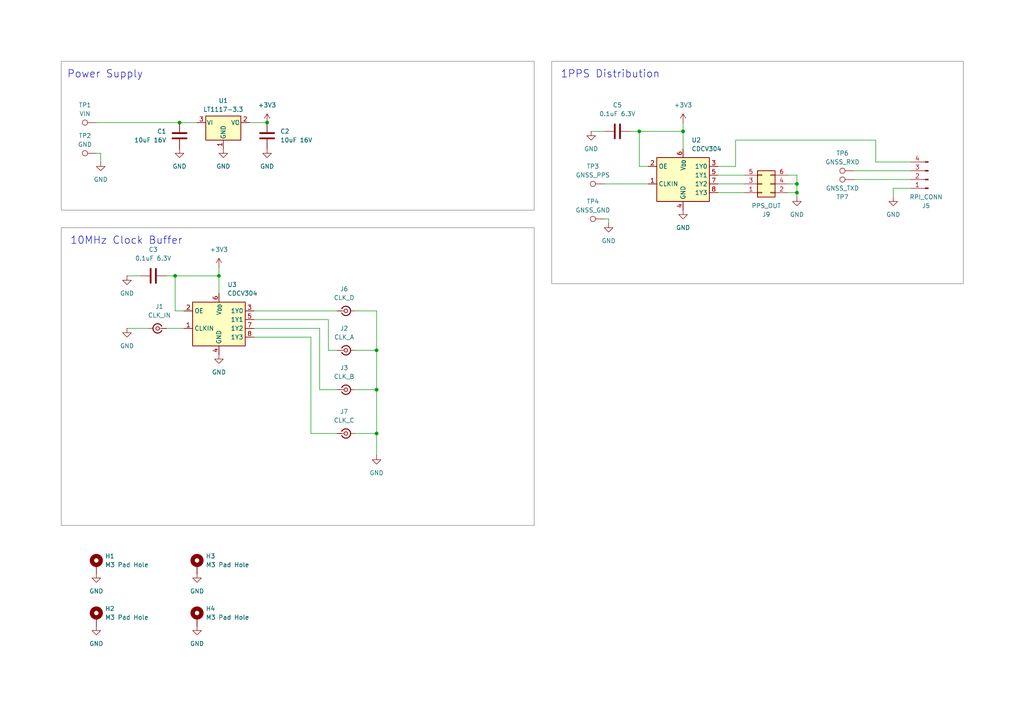
<source format=kicad_sch>
(kicad_sch (version 20250114) (generator "eeschema") (generator_version "9.0")
  (paper "A4")
  (title_block (title "LMPT Contraption – Project Caroline") (date "2025-07-27") (rev "B") (company "B4CKSP4CE") (comment 1 "CERN-OHL-S") (comment 2 "@heyflo"))
  (lib_symbols
    (symbol "Buffer:CDCV304"
      (property "Reference" "U" (at -6.35 8.89 0))
      (property "Value" "CDCV304" (at 6.35 8.89 0))
      (symbol "CDCV304_0_1"
        (rectangle (start -7.62 7.62) (end 7.62 -5.08) (stroke (width 0.254)) (fill (type background)))
      )
      (symbol "CDCV304_1_1"
        (pin input line (at -10.16 5.08 0) (length 2.54) (name "OE") (number "2"))
        (pin input line (at -10.16 0 0) (length 2.54) (name "CLKIN") (number "1"))
        (pin power_in line (at 0 10.16 270) (length 2.54) (name "V_{DD}") (number "6"))
        (pin power_in line (at 0 -7.62 90) (length 2.54) (name "GND") (number "4"))
        (pin output line (at 10.16 5.08 180) (length 2.54) (name "1Y0") (number "3"))
        (pin output line (at 10.16 2.54 180) (length 2.54) (name "1Y1") (number "5"))
        (pin output line (at 10.16 0 180) (length 2.54) (name "1Y2") (number "7"))
        (pin output line (at 10.16 -2.54 180) (length 2.54) (name "1Y3") (number "8"))
      )
    )
    (symbol "Connector:Conn_01x04_Pin" (pin_names (offset 1.016) (hide yes))
      (property "Reference" "J" (at 0 5.08 0))
      (property "Value" "Conn_01x04_Pin" (at 0 -7.62 0))
      (symbol "Conn_01x04_Pin_1_1"
        (rectangle (start 0.8636 2.667) (end 0 2.413) (stroke (width 0.1524)) (fill (type outline)))
        (rectangle (start 0.8636 0.127) (end 0 -0.127) (stroke (width 0.1524)) (fill (type outline)))
        (rectangle (start 0.8636 -2.413) (end 0 -2.667) (stroke (width 0.1524)) (fill (type outline)))
        (rectangle (start 0.8636 -4.953) (end 0 -5.207) (stroke (width 0.1524)) (fill (type outline)))
        (polyline (pts (xy 1.27 2.54) (xy 0.8636 2.54)) (stroke (width 0.1524)))
        (polyline (pts (xy 1.27 0) (xy 0.8636 0)) (stroke (width 0.1524)))
        (polyline (pts (xy 1.27 -2.54) (xy 0.8636 -2.54)) (stroke (width 0.1524)))
        (polyline (pts (xy 1.27 -5.08) (xy 0.8636 -5.08)) (stroke (width 0.1524)))
        (pin passive line (at 5.08 2.54 180) (length 3.81) (name "Pin_1") (number "1"))
        (pin passive line (at 5.08 0 180) (length 3.81) (name "Pin_2") (number "2"))
        (pin passive line (at 5.08 -2.54 180) (length 3.81) (name "Pin_3") (number "3"))
        (pin passive line (at 5.08 -5.08 180) (length 3.81) (name "Pin_4") (number "4"))
      )
    )
    (symbol "Connector:Conn_Coaxial_Small" (pin_numbers (hide yes)) (pin_names (offset 1.016) (hide yes))
      (property "Reference" "J" (at 0.254 3.048 0))
      (property "Value" "Conn_Coaxial_Small" (at 0 -3.81 0))
      (symbol "Conn_Coaxial_Small_0_1"
        (polyline (pts (xy -2.54 0) (xy -0.508 0)))
        (circle (center 0 0) (radius 0.508) (stroke (width 0.2032)))
      )
      (symbol "Conn_Coaxial_Small_1_1"
        (arc (start 1.3484 0.0039) (mid 0.327 -1.308) (end -1.1916 -0.6311) (stroke (width 0.3048)))
        (arc (start -1.1916 0.6311) (mid 0.327 1.3081) (end 1.3484 -0.0039) (stroke (width 0.3048)))
        (pin passive line (at -2.54 0 0) (length 1.27) (name "In") (number "1"))
        (pin passive line (at 2.54 0 180) (length 1.27) (name "Ext") (number "2"))
      )
    )
    (symbol "Connector:TestPoint" (pin_numbers (hide yes)) (pin_names (offset 0.762) (hide yes))
      (property "Reference" "TP" (at 0 6.858 0))
      (property "Value" "TestPoint" (at 0 5.08 0))
      (symbol "TestPoint_0_1"
        (circle (center 0 3.302) (radius 0.762))
      )
      (symbol "TestPoint_1_1"
        (pin passive line (at 0 0 90) (length 2.54) (name "1") (number "1"))
      )
    )
    (symbol "Connector_Generic:Conn_02x03_Odd_Even" (pin_names (offset 1.016) (hide yes))
      (property "Reference" "J" (at 1.27 5.08 0))
      (property "Value" "Conn_02x03_Odd_Even" (at 1.27 -5.08 0))
      (symbol "Conn_02x03_Odd_Even_1_1"
        (rectangle (start -1.27 3.81) (end 3.81 -3.81) (stroke (width 0.254)) (fill (type background)))
        (rectangle (start -1.27 2.667) (end 0 2.413) (stroke (width 0.1524)))
        (rectangle (start -1.27 0.127) (end 0 -0.127) (stroke (width 0.1524)))
        (rectangle (start -1.27 -2.413) (end 0 -2.667) (stroke (width 0.1524)))
        (rectangle (start 3.81 2.667) (end 2.54 2.413) (stroke (width 0.1524)))
        (rectangle (start 3.81 0.127) (end 2.54 -0.127) (stroke (width 0.1524)))
        (rectangle (start 3.81 -2.413) (end 2.54 -2.667) (stroke (width 0.1524)))
        (pin passive line (at -5.08 2.54 0) (length 3.81) (name "Pin_1") (number "1"))
        (pin passive line (at -5.08 0 0) (length 3.81) (name "Pin_3") (number "3"))
        (pin passive line (at -5.08 -2.54 0) (length 3.81) (name "Pin_5") (number "5"))
        (pin passive line (at 7.62 2.54 180) (length 3.81) (name "Pin_2") (number "2"))
        (pin passive line (at 7.62 0 180) (length 3.81) (name "Pin_4") (number "4"))
        (pin passive line (at 7.62 -2.54 180) (length 3.81) (name "Pin_6") (number "6"))
      )
    )
    (symbol "Device:C" (pin_numbers (hide yes)) (pin_names (offset 0.254))
      (property "Reference" "C" (at 0.635 2.54 0))
      (property "Value" "C" (at 0.635 -2.54 0))
      (symbol "C_0_1"
        (polyline (pts (xy -2.032 0.762) (xy 2.032 0.762)) (stroke (width 0.508)))
        (polyline (pts (xy -2.032 -0.762) (xy 2.032 -0.762)) (stroke (width 0.508)))
      )
      (symbol "C_1_1"
        (pin passive line (at 0 3.81 270) (length 2.794) (name "~") (number "1"))
        (pin passive line (at 0 -3.81 90) (length 2.794) (name "~") (number "2"))
      )
    )
    (symbol "Mechanical:MountingHole_Pad" (pin_numbers (hide yes)) (pin_names (offset 1.016) (hide yes)) (in_bom no)
      (property "Reference" "H" (at 0 6.35 0))
      (property "Value" "MountingHole_Pad" (at 0 4.445 0))
      (symbol "MountingHole_Pad_0_1"
        (circle (center 0 1.27) (radius 1.27) (stroke (width 1.27)))
      )
      (symbol "MountingHole_Pad_1_1"
        (pin input line (at 0 -2.54 90) (length 2.54) (name "1") (number "1"))
      )
    )
    (symbol "Regulator_Linear:LT1117-3.3" (pin_names (offset 0.254))
      (property "Reference" "U" (at -3.81 3.175 0))
      (property "Value" "LT1117-3.3" (at 0 3.175 0))
      (symbol "LT1117-3.3_0_1"
        (rectangle (start -5.08 -5.08) (end 5.08 1.905) (stroke (width 0.254)) (fill (type background)))
      )
      (symbol "LT1117-3.3_1_1"
        (pin power_in line (at -7.62 0 0) (length 2.54) (name "VI") (number "3"))
        (pin power_in line (at 0 -7.62 90) (length 2.54) (name "GND") (number "1"))
        (pin power_out line (at 7.62 0 180) (length 2.54) (name "VO") (number "2"))
      )
    )
    (symbol "power:+3V3" (power) (pin_numbers (hide yes)) (pin_names (offset 0) (hide yes))
      (property "Value" "+3V3" (at 0 3.556 0))
      (symbol "+3V3_0_1"
        (polyline (pts (xy -0.762 1.27) (xy 0 2.54)))
        (polyline (pts (xy 0 2.54) (xy 0.762 1.27)))
        (polyline (pts (xy 0 0) (xy 0 2.54)))
      )
      (symbol "+3V3_1_1"
        (pin power_in line (at 0 0 90) (length 0) (name "~") (number "1"))
      )
    )
    (symbol "power:GND" (power) (pin_numbers (hide yes)) (pin_names (offset 0) (hide yes))
      (property "Value" "GND" (at 0 -3.81 0))
      (symbol "GND_0_1"
        (polyline (pts (xy 0 0) (xy 0 -1.27) (xy 1.27 -1.27) (xy 0 -2.54) (xy -1.27 -1.27) (xy 0 -1.27)))
      )
      (symbol "GND_1_1"
        (pin power_in line (at 0 0 270) (length 0) (name "~") (number "1"))
      )
    )
  )
  (rectangle (start 17.78 66.04) (end 154.94 152.4) (stroke (width 0) (color 132 132 132 1)))
  (rectangle (start 160.02 17.78) (end 279.4 82.296) (stroke (width 0) (color 132 132 132 1)))
  (rectangle (start 17.78 17.78) (end 154.94 60.96) (stroke (width 0) (color 132 132 132 1)))
  (text "10MHz Clock Buffer" (at 20.32 69.85 0) (effects (font (size 2.159 2.159)) (justify left)))
  (text "1PPS Distribution" (at 162.56 21.59 0) (effects (font (size 2.159 2.159)) (justify left)))
  (text "Power Supply" (at 30.48 21.59 0) (effects (font (size 2.159 2.159))))
  (junction (at 52.07 35.56))
  (junction (at 109.22 113.03))
  (junction (at 50.8 80.01))
  (junction (at 198.12 38.1))
  (junction (at 109.22 101.6))
  (junction (at 185.42 38.1))
  (junction (at 77.47 35.56))
  (junction (at 63.5 80.01))
  (junction (at 231.14 53.34))
  (junction (at 109.22 125.73))
  (junction (at 231.14 55.88))
  (wire (pts (xy 247.65 49.53) (xy 264.16 49.53)))
  (wire (pts (xy 48.26 80.01) (xy 50.8 80.01)))
  (wire (pts (xy 102.87 113.03) (xy 109.22 113.03)))
  (wire (pts (xy 109.22 132.08) (xy 109.22 125.73)))
  (wire (pts (xy 213.36 40.64) (xy 254 40.64)))
  (wire (pts (xy 198.12 38.1) (xy 198.12 43.18)))
  (wire (pts (xy 215.9 50.8) (xy 208.28 50.8)))
  (wire (pts (xy 247.65 52.07) (xy 264.16 52.07)))
  (wire (pts (xy 53.34 90.17) (xy 50.8 90.17)))
  (wire (pts (xy 90.17 97.79) (xy 90.17 125.73)))
  (wire (pts (xy 182.88 38.1) (xy 185.42 38.1)))
  (wire (pts (xy 50.8 90.17) (xy 50.8 80.01)))
  (wire (pts (xy 185.42 38.1) (xy 198.12 38.1)))
  (wire (pts (xy 175.26 53.34) (xy 187.96 53.34)))
  (wire (pts (xy 171.45 38.1) (xy 175.26 38.1)))
  (wire (pts (xy 198.12 35.56) (xy 198.12 38.1)))
  (wire (pts (xy 95.25 92.71) (xy 73.66 92.71)))
  (wire (pts (xy 95.25 101.6) (xy 95.25 92.71)))
  (wire (pts (xy 29.21 44.45) (xy 27.94 44.45)))
  (wire (pts (xy 213.36 48.26) (xy 213.36 40.64)))
  (wire (pts (xy 90.17 125.73) (xy 97.79 125.73)))
  (wire (pts (xy 228.6 55.88) (xy 231.14 55.88)))
  (wire (pts (xy 176.53 64.77) (xy 176.53 63.5)))
  (wire (pts (xy 36.83 95.25) (xy 43.18 95.25)))
  (wire (pts (xy 72.39 35.56) (xy 77.47 35.56)))
  (wire (pts (xy 102.87 125.73) (xy 109.22 125.73)))
  (wire (pts (xy 97.79 101.6) (xy 95.25 101.6)))
  (wire (pts (xy 259.08 57.15) (xy 259.08 54.61)))
  (wire (pts (xy 231.14 50.8) (xy 231.14 53.34)))
  (wire (pts (xy 29.21 46.99) (xy 29.21 44.45)))
  (wire (pts (xy 57.15 35.56) (xy 52.07 35.56)))
  (wire (pts (xy 185.42 48.26) (xy 185.42 38.1)))
  (wire (pts (xy 254 40.64) (xy 254 46.99)))
  (wire (pts (xy 27.94 35.56) (xy 52.07 35.56)))
  (wire (pts (xy 228.6 53.34) (xy 231.14 53.34)))
  (wire (pts (xy 63.5 80.01) (xy 63.5 85.09)))
  (wire (pts (xy 208.28 48.26) (xy 213.36 48.26)))
  (wire (pts (xy 92.71 95.25) (xy 92.71 113.03)))
  (wire (pts (xy 187.96 48.26) (xy 185.42 48.26)))
  (wire (pts (xy 50.8 80.01) (xy 63.5 80.01)))
  (wire (pts (xy 215.9 55.88) (xy 208.28 55.88)))
  (wire (pts (xy 231.14 53.34) (xy 231.14 55.88)))
  (wire (pts (xy 254 46.99) (xy 264.16 46.99)))
  (wire (pts (xy 259.08 54.61) (xy 264.16 54.61)))
  (wire (pts (xy 215.9 53.34) (xy 208.28 53.34)))
  (wire (pts (xy 109.22 113.03) (xy 109.22 101.6)))
  (wire (pts (xy 73.66 90.17) (xy 97.79 90.17)))
  (wire (pts (xy 228.6 50.8) (xy 231.14 50.8)))
  (wire (pts (xy 73.66 97.79) (xy 90.17 97.79)))
  (wire (pts (xy 109.22 90.17) (xy 102.87 90.17)))
  (wire (pts (xy 109.22 125.73) (xy 109.22 113.03)))
  (wire (pts (xy 63.5 77.47) (xy 63.5 80.01)))
  (wire (pts (xy 48.26 95.25) (xy 53.34 95.25)))
  (wire (pts (xy 92.71 113.03) (xy 97.79 113.03)))
  (wire (pts (xy 176.53 63.5) (xy 175.26 63.5)))
  (wire (pts (xy 102.87 101.6) (xy 109.22 101.6)))
  (wire (pts (xy 73.66 95.25) (xy 92.71 95.25)))
  (wire (pts (xy 231.14 57.15) (xy 231.14 55.88)))
  (wire (pts (xy 36.83 80.01) (xy 40.64 80.01)))
  (wire (pts (xy 109.22 101.6) (xy 109.22 90.17)))
  (symbol (lib_id "power:GND") (at 52.07 43.18 0) (unit 1)
    (property "Reference" "#PWR05" (effects (hide yes)))
    (property "Value" "GND" (at 52.07 48.26 0))
    (property "Description" "Power symbol creates a global label with name \"GND\" , ground" (effects (hide yes)))
  )
  (symbol (lib_id "Connector:TestPoint") (at 175.26 53.34 90) (unit 1)
    (property "Reference" "TP3" (at 171.958 48.26 90))
    (property "Value" "GNSS_PPS" (at 171.958 50.8 90))
    (property "Footprint" "TestPoint:TestPoint_Pad_D2.0mm" (effects (hide yes)))
    (property "Description" "test point" (effects (hide yes)))
  )
  (symbol (lib_id "power:GND") (at 171.45 38.1 0) (mirror y) (unit 1)
    (property "Reference" "#PWR015" (effects (hide yes)))
    (property "Value" "GND" (at 171.45 43.18 0))
    (property "Description" "Power symbol creates a global label with name \"GND\" , ground" (effects (hide yes)))
  )
  (symbol (lib_id "power:+3V3") (at 198.12 35.56 0) (mirror y) (unit 1)
    (property "Reference" "#PWR024" (effects (hide yes)))
    (property "Value" "+3V3" (at 198.12 30.48 0))
    (property "Description" "Power symbol creates a global label with name \"+3V3\"" (effects (hide yes)))
  )
  (symbol (lib_id "Device:C") (at 77.47 39.37 0) (unit 1)
    (property "Reference" "C2" (at 81.28 38.1 0) (effects (justify left)))
    (property "Value" "10uF 16V" (at 81.28 40.64 0) (effects (justify left)))
    (property "Footprint" "Capacitor_SMD:C_0805_2012Metric" (effects (hide yes)))
    (property "Description" "Unpolarized capacitor" (effects (hide yes)))
  )
  (symbol (lib_id "power:GND") (at 57.15 181.61 0) (unit 1)
    (property "Reference" "#PWR07" (effects (hide yes)))
    (property "Value" "GND" (at 57.15 186.69 0))
    (property "Description" "Power symbol creates a global label with name \"GND\" , ground" (effects (hide yes)))
  )
  (symbol (lib_id "Mechanical:MountingHole_Pad") (at 57.15 179.07 0) (unit 1) (in_bom no)
    (property "Reference" "H4" (at 59.69 176.53 0) (effects (justify left)))
    (property "Value" "M3 Pad Hole" (at 59.69 179.07 0) (effects (justify left)))
    (property "Footprint" "MountingHole:MountingHole_3.2mm_M3_Pad_TopBottom" (effects (hide yes)))
    (property "Description" "Mounting Hole with connection" (effects (hide yes)))
  )
  (symbol (lib_id "power:+3V3") (at 63.5 77.47 0) (mirror y) (unit 1)
    (property "Reference" "#PWR013" (effects (hide yes)))
    (property "Value" "+3V3" (at 63.5 72.39 0))
    (property "Description" "Power symbol creates a global label with name \"+3V3\"" (effects (hide yes)))
  )
  (symbol (lib_id "Connector:Conn_01x04_Pin") (at 269.24 52.07 180) (unit 1)
    (property "Reference" "J5" (at 268.605 59.69 0))
    (property "Value" "RPI_CONN" (at 268.605 57.15 0))
    (property "Footprint" "Connector_PinHeader_2.54mm:PinHeader_1x04_P2.54mm_Horizontal" (effects (hide yes)))
    (property "Description" "Generic connector, single row, 01x04, script generated" (effects (hide yes)))
  )
  (symbol (lib_id "Connector:Conn_Coaxial_Small") (at 100.33 101.6 0) (unit 1)
    (property "Reference" "J2" (at 99.8104 95.25 0))
    (property "Value" "CLK_A" (at 99.8104 97.79 0))
    (property "Footprint" "Connector_Coaxial:SMA_Molex_73251-1153_EdgeMount_Horizontal" (effects (hide yes)))
    (property "Description" "small coaxial connector (BNC, SMA, SMB, SMC, Cinch/RCA, LEMO, ...)" (effects (hide yes)))
  )
  (symbol (lib_id "Connector:TestPoint") (at 27.94 35.56 90) (unit 1)
    (property "Reference" "TP1" (at 24.638 30.48 90))
    (property "Value" "VIN" (at 24.638 33.02 90))
    (property "Footprint" "TestPoint:TestPoint_Pad_D2.0mm" (effects (hide yes)))
    (property "Description" "test point" (effects (hide yes)))
  )
  (symbol (lib_id "Connector_Generic:Conn_02x03_Odd_Even") (at 220.98 53.34 0) (mirror x) (unit 1)
    (property "Reference" "J9" (at 222.25 62.23 0))
    (property "Value" "PPS_OUT" (at 222.25 59.69 0))
    (property "Footprint" "Connector_PinHeader_2.54mm:PinHeader_2x03_P2.54mm_Vertical_SMD" (effects (hide yes)))
    (property "Description" "Generic connector, double row, 02x03, odd/even pin numbering scheme (row 1 odd numbers, row 2 even numbers), script generated (kicad-library-utils/schlib/autogen/connector/)" (effects (hide yes)))
  )
  (symbol (lib_id "power:GND") (at 231.14 57.15 0) (unit 1)
    (property "Reference" "#PWR016" (effects (hide yes)))
    (property "Value" "GND" (at 231.14 62.23 0))
    (property "Description" "Power symbol creates a global label with name \"GND\" , ground" (effects (hide yes)))
  )
  (symbol (lib_id "Mechanical:MountingHole_Pad") (at 27.94 163.83 0) (unit 1) (in_bom no)
    (property "Reference" "H1" (at 30.48 161.29 0) (effects (justify left)))
    (property "Value" "M3 Pad Hole" (at 30.48 163.83 0) (effects (justify left)))
    (property "Footprint" "MountingHole:MountingHole_3.2mm_M3_Pad_TopBottom" (effects (hide yes)))
    (property "Description" "Mounting Hole with connection" (effects (hide yes)))
  )
  (symbol (lib_id "Connector:Conn_Coaxial_Small") (at 100.33 113.03 0) (unit 1)
    (property "Reference" "J3" (at 99.8104 106.68 0))
    (property "Value" "CLK_B" (at 99.8104 109.22 0))
    (property "Footprint" "Connector_Coaxial:SMA_Molex_73251-1153_EdgeMount_Horizontal" (effects (hide yes)))
    (property "Description" "small coaxial connector (BNC, SMA, SMB, SMC, Cinch/RCA, LEMO, ...)" (effects (hide yes)))
  )
  (symbol (lib_id "power:GND") (at 259.08 57.15 0) (unit 1)
    (property "Reference" "#PWR021" (effects (hide yes)))
    (property "Value" "GND" (at 259.08 62.23 0))
    (property "Description" "Power symbol creates a global label with name \"GND\" , ground" (effects (hide yes)))
  )
  (symbol (lib_id "power:GND") (at 57.15 166.37 0) (unit 1)
    (property "Reference" "#PWR06" (effects (hide yes)))
    (property "Value" "GND" (at 57.15 171.45 0))
    (property "Description" "Power symbol creates a global label with name \"GND\" , ground" (effects (hide yes)))
  )
  (symbol (lib_id "Connector:Conn_Coaxial_Small") (at 100.33 125.73 0) (unit 1)
    (property "Reference" "J7" (at 99.8104 119.38 0))
    (property "Value" "CLK_C" (at 99.8104 121.92 0))
    (property "Footprint" "Connector_Coaxial:U.FL_Molex_MCRF_73412-0110_Vertical" (effects (hide yes)))
    (property "Description" "small coaxial connector (BNC, SMA, SMB, SMC, Cinch/RCA, LEMO, ...)" (effects (hide yes)))
  )
  (symbol (lib_id "Connector:TestPoint") (at 27.94 44.45 90) (mirror x) (unit 1)
    (property "Reference" "TP2" (at 24.638 39.37 90))
    (property "Value" "GND" (at 24.638 41.91 90))
    (property "Footprint" "TestPoint:TestPoint_Pad_2.0x2.0mm" (effects (hide yes)))
    (property "Description" "test point" (effects (hide yes)))
  )
  (symbol (lib_id "Connector:Conn_Coaxial_Small") (at 45.72 95.25 180) (unit 1)
    (property "Reference" "J1" (at 46.2395 88.9 0))
    (property "Value" "CLK_IN" (at 46.2395 91.44 0))
    (property "Footprint" "Connector_Coaxial:U.FL_Molex_MCRF_73412-0110_Vertical" (effects (hide yes)))
    (property "Description" "small coaxial connector (BNC, SMA, SMB, SMC, Cinch/RCA, LEMO, ...)" (effects (hide yes)))
  )
  (symbol (lib_id "Connector:TestPoint") (at 247.65 52.07 90) (mirror x) (unit 1)
    (property "Reference" "TP7" (at 244.348 57.15 90))
    (property "Value" "GNSS_TXD" (at 244.348 54.61 90))
    (property "Footprint" "TestPoint:TestPoint_Pad_D1.5mm" (effects (hide yes)))
    (property "Description" "test point" (effects (hide yes)))
  )
  (symbol (lib_id "Connector:TestPoint") (at 247.65 49.53 90) (unit 1)
    (property "Reference" "TP6" (at 244.348 44.45 90))
    (property "Value" "GNSS_RXD" (at 244.348 46.99 90))
    (property "Footprint" "TestPoint:TestPoint_Pad_1.5x1.5mm" (effects (hide yes)))
    (property "Description" "test point" (effects (hide yes)))
  )
  (symbol (lib_id "power:GND") (at 27.94 181.61 0) (unit 1)
    (property "Reference" "#PWR02" (effects (hide yes)))
    (property "Value" "GND" (at 27.94 186.69 0))
    (property "Description" "Power symbol creates a global label with name \"GND\" , ground" (effects (hide yes)))
  )
  (symbol (lib_id "power:GND") (at 198.12 60.96 0) (unit 1)
    (property "Reference" "#PWR025" (effects (hide yes)))
    (property "Value" "GND" (at 198.12 66.04 0))
    (property "Description" "Power symbol creates a global label with name \"GND\" , ground" (effects (hide yes)))
  )
  (symbol (lib_id "power:GND") (at 109.22 132.08 0) (unit 1)
    (property "Reference" "#PWR011" (effects (hide yes)))
    (property "Value" "GND" (at 109.22 137.16 0))
    (property "Description" "Power symbol creates a global label with name \"GND\" , ground" (effects (hide yes)))
  )
  (symbol (lib_id "power:+3V3") (at 77.47 35.56 0) (unit 1)
    (property "Reference" "#PWR09" (effects (hide yes)))
    (property "Value" "+3V3" (at 77.47 30.48 0))
    (property "Description" "Power symbol creates a global label with name \"+3V3\"" (effects (hide yes)))
  )
  (symbol (lib_id "Regulator_Linear:LT1117-3.3") (at 64.77 35.56 0) (unit 1)
    (property "Reference" "U1" (at 64.77 29.21 0))
    (property "Value" "LT1117-3.3" (at 64.77 31.75 0))
    (property "Footprint" "Package_TO_SOT_SMD:SOT-223-3_TabPin2" (effects (hide yes)))
    (property "Datasheet" "https://www.analog.com/media/en/technical-documentation/data-sheets/1117fd.pdf" (effects (hide yes)))
    (property "Description" "800mA Low-Dropout Linear Regulator, 3.3V fixed output, SOT-223/TO-263" (effects (hide yes)))
  )
  (symbol (lib_id "power:GND") (at 64.77 43.18 0) (unit 1)
    (property "Reference" "#PWR08" (effects (hide yes)))
    (property "Value" "GND" (at 64.77 48.26 0))
    (property "Description" "Power symbol creates a global label with name \"GND\" , ground" (effects (hide yes)))
  )
  (symbol (lib_id "Buffer:CDCV304") (at 198.12 53.34 0) (unit 1)
    (property "Reference" "U2" (at 200.5663 40.64 0) (effects (justify left)))
    (property "Value" "CDCV304" (at 200.5663 43.18 0) (effects (justify left)))
    (property "Footprint" "Package_SO:TSSOP-8_4.4x3mm_P0.65mm" (effects (hide yes)))
    (property "Datasheet" "https://www.ti.com/lit/ds/symlink/cdcv304.pdf" (effects (hide yes)))
    (property "Description" "0-200 MHz 1:4 Clock Buffer, PCI-X Compliant, TSSOP-8" (effects (hide yes)))
  )
  (symbol (lib_id "power:GND") (at 36.83 80.01 0) (mirror y) (unit 1)
    (property "Reference" "#PWR014" (effects (hide yes)))
    (property "Value" "GND" (at 36.83 85.09 0))
    (property "Description" "Power symbol creates a global label with name \"GND\" , ground" (effects (hide yes)))
  )
  (symbol (lib_id "Connector:Conn_Coaxial_Small") (at 100.33 90.17 0) (unit 1)
    (property "Reference" "J6" (at 99.8104 83.82 0))
    (property "Value" "CLK_D" (at 99.8104 86.36 0))
    (property "Footprint" "Connector_Coaxial:U.FL_Molex_MCRF_73412-0110_Vertical" (effects (hide yes)))
    (property "Description" "small coaxial connector (BNC, SMA, SMB, SMC, Cinch/RCA, LEMO, ...)" (effects (hide yes)))
  )
  (symbol (lib_id "Connector:TestPoint") (at 175.26 63.5 90) (unit 1)
    (property "Reference" "TP4" (at 171.958 58.42 90))
    (property "Value" "GNSS_GND" (at 171.958 60.96 90))
    (property "Footprint" "TestPoint:TestPoint_Pad_2.0x2.0mm" (effects (hide yes)))
    (property "Description" "test point" (effects (hide yes)))
  )
  (symbol (lib_id "Device:C") (at 179.07 38.1 270) (mirror x) (unit 1)
    (property "Reference" "C5" (at 179.07 30.48 90))
    (property "Value" "0.1uF 6.3V" (at 179.07 33.02 90))
    (property "Footprint" "Capacitor_SMD:C_0805_2012Metric" (effects (hide yes)))
    (property "Description" "Unpolarized capacitor" (effects (hide yes)))
  )
  (symbol (lib_id "power:GND") (at 176.53 64.77 0) (unit 1)
    (property "Reference" "#PWR023" (effects (hide yes)))
    (property "Value" "GND" (at 176.53 69.85 0))
    (property "Description" "Power symbol creates a global label with name \"GND\" , ground" (effects (hide yes)))
  )
  (symbol (lib_id "Buffer:CDCV304") (at 63.5 95.25 0) (unit 1)
    (property "Reference" "U3" (at 65.9463 82.55 0) (effects (justify left)))
    (property "Value" "CDCV304" (at 65.9463 85.09 0) (effects (justify left)))
    (property "Footprint" "Package_SO:TSSOP-8_4.4x3mm_P0.65mm" (effects (hide yes)))
    (property "Datasheet" "https://www.ti.com/lit/ds/symlink/cdcv304.pdf" (effects (hide yes)))
    (property "Description" "0-200 MHz 1:4 Clock Buffer, PCI-X Compliant, TSSOP-8" (effects (hide yes)))
  )
  (symbol (lib_id "Mechanical:MountingHole_Pad") (at 57.15 163.83 0) (unit 1) (in_bom no)
    (property "Reference" "H3" (at 59.69 161.29 0) (effects (justify left)))
    (property "Value" "M3 Pad Hole" (at 59.69 163.83 0) (effects (justify left)))
    (property "Footprint" "MountingHole:MountingHole_3.2mm_M3_Pad_TopBottom" (effects (hide yes)))
    (property "Description" "Mounting Hole with connection" (effects (hide yes)))
  )
  (symbol (lib_id "power:GND") (at 63.5 102.87 0) (unit 1)
    (property "Reference" "#PWR012" (effects (hide yes)))
    (property "Value" "GND" (at 63.5 107.95 0))
    (property "Description" "Power symbol creates a global label with name \"GND\" , ground" (effects (hide yes)))
  )
  (symbol (lib_id "Device:C") (at 44.45 80.01 270) (mirror x) (unit 1)
    (property "Reference" "C3" (at 44.45 72.39 90))
    (property "Value" "0.1uF 6.3V" (at 44.45 74.93 90))
    (property "Footprint" "Capacitor_SMD:C_0805_2012Metric" (effects (hide yes)))
    (property "Description" "Unpolarized capacitor" (effects (hide yes)))
  )
  (symbol (lib_id "power:GND") (at 77.47 43.18 0) (unit 1)
    (property "Reference" "#PWR010" (effects (hide yes)))
    (property "Value" "GND" (at 77.47 48.26 0))
    (property "Description" "Power symbol creates a global label with name \"GND\" , ground" (effects (hide yes)))
  )
  (symbol (lib_id "power:GND") (at 27.94 166.37 0) (unit 1)
    (property "Reference" "#PWR01" (effects (hide yes)))
    (property "Value" "GND" (at 27.94 171.45 0))
    (property "Description" "Power symbol creates a global label with name \"GND\" , ground" (effects (hide yes)))
  )
  (symbol (lib_id "power:GND") (at 29.21 46.99 0) (unit 1)
    (property "Reference" "#PWR03" (effects (hide yes)))
    (property "Value" "GND" (at 29.21 52.07 0))
    (property "Description" "Power symbol creates a global label with name \"GND\" , ground" (effects (hide yes)))
  )
  (symbol (lib_id "Mechanical:MountingHole_Pad") (at 27.94 179.07 0) (unit 1) (in_bom no)
    (property "Reference" "H2" (at 30.48 176.53 0) (effects (justify left)))
    (property "Value" "M3 Pad Hole" (at 30.48 179.07 0) (effects (justify left)))
    (property "Footprint" "MountingHole:MountingHole_3.2mm_M3_Pad_TopBottom" (effects (hide yes)))
    (property "Description" "Mounting Hole with connection" (effects (hide yes)))
  )
  (symbol (lib_id "power:GND") (at 36.83 95.25 0) (unit 1)
    (property "Reference" "#PWR04" (effects (hide yes)))
    (property "Value" "GND" (at 36.83 100.33 0))
    (property "Description" "Power symbol creates a global label with name \"GND\" , ground" (effects (hide yes)))
  )
  (symbol (lib_id "Device:C") (at 52.07 39.37 0) (mirror y) (unit 1)
    (property "Reference" "C1" (at 48.26 38.1 0) (effects (justify left)))
    (property "Value" "10uF 16V" (at 48.26 40.64 0) (effects (justify left)))
    (property "Footprint" "Capacitor_SMD:C_0805_2012Metric" (effects (hide yes)))
    (property "Description" "Unpolarized capacitor" (effects (hide yes)))
  )
)
</source>
